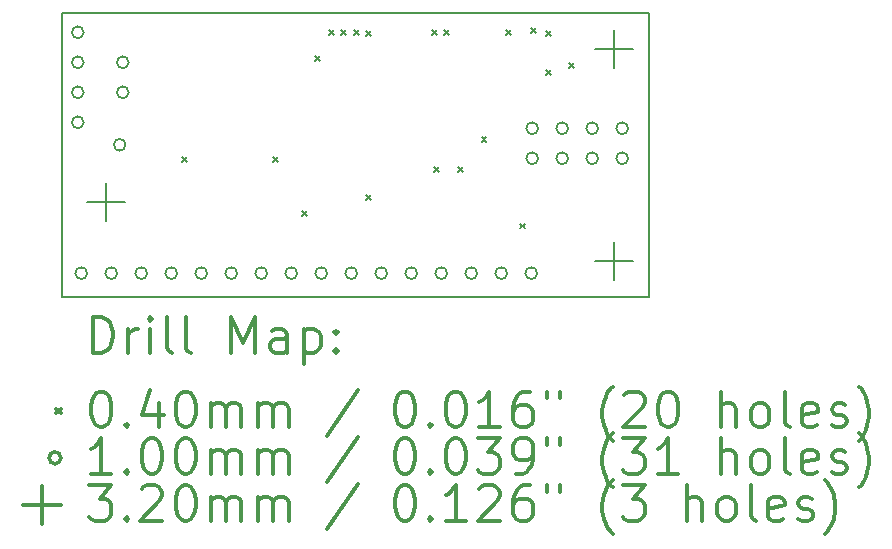
<source format=gbr>
%FSLAX45Y45*%
G04 Gerber Fmt 4.5, Leading zero omitted, Abs format (unit mm)*
G04 Created by KiCad (PCBNEW 4.0.7) date 07/22/18 11:21:48*
%MOMM*%
%LPD*%
G01*
G04 APERTURE LIST*
%ADD10C,0.127000*%
%ADD11C,0.150000*%
%ADD12C,0.200000*%
%ADD13C,0.300000*%
G04 APERTURE END LIST*
D10*
D11*
X1325000Y-1300000D02*
X1325000Y-3700000D01*
X4050000Y-3700000D02*
X3750000Y-3700000D01*
X6300000Y-3700000D02*
X4050000Y-3700000D01*
X6300000Y-1300000D02*
X6300000Y-3700000D01*
X1325000Y-1300000D02*
X6300000Y-1300000D01*
X3750000Y-3700000D02*
X1325000Y-3700000D01*
D12*
X2342200Y-2520000D02*
X2382200Y-2560000D01*
X2382200Y-2520000D02*
X2342200Y-2560000D01*
X3116900Y-2520000D02*
X3156900Y-2560000D01*
X3156900Y-2520000D02*
X3116900Y-2560000D01*
X3358200Y-2977200D02*
X3398200Y-3017200D01*
X3398200Y-2977200D02*
X3358200Y-3017200D01*
X3472500Y-1661100D02*
X3512500Y-1701100D01*
X3512500Y-1661100D02*
X3472500Y-1701100D01*
X3586800Y-1440500D02*
X3626800Y-1480500D01*
X3626800Y-1440500D02*
X3586800Y-1480500D01*
X3688400Y-1440500D02*
X3728400Y-1480500D01*
X3728400Y-1440500D02*
X3688400Y-1480500D01*
X3802700Y-1440500D02*
X3842700Y-1480500D01*
X3842700Y-1440500D02*
X3802700Y-1480500D01*
X3904300Y-1453200D02*
X3944300Y-1493200D01*
X3944300Y-1453200D02*
X3904300Y-1493200D01*
X3904300Y-2837500D02*
X3944300Y-2877500D01*
X3944300Y-2837500D02*
X3904300Y-2877500D01*
X4463100Y-1440500D02*
X4503100Y-1480500D01*
X4503100Y-1440500D02*
X4463100Y-1480500D01*
X4475800Y-2604200D02*
X4515800Y-2644200D01*
X4515800Y-2604200D02*
X4475800Y-2644200D01*
X4564700Y-1440500D02*
X4604700Y-1480500D01*
X4604700Y-1440500D02*
X4564700Y-1480500D01*
X4679000Y-2604200D02*
X4719000Y-2644200D01*
X4719000Y-2604200D02*
X4679000Y-2644200D01*
X4880800Y-2346400D02*
X4920800Y-2386400D01*
X4920800Y-2346400D02*
X4880800Y-2386400D01*
X5085400Y-1440500D02*
X5125400Y-1480500D01*
X5125400Y-1440500D02*
X5085400Y-1480500D01*
X5205000Y-3080000D02*
X5245000Y-3120000D01*
X5245000Y-3080000D02*
X5205000Y-3120000D01*
X5301300Y-1427800D02*
X5341300Y-1467800D01*
X5341300Y-1427800D02*
X5301300Y-1467800D01*
X5428300Y-1453200D02*
X5468300Y-1493200D01*
X5468300Y-1453200D02*
X5428300Y-1493200D01*
X5428300Y-1783400D02*
X5468300Y-1823400D01*
X5468300Y-1783400D02*
X5428300Y-1823400D01*
X5618800Y-1719900D02*
X5658800Y-1759900D01*
X5658800Y-1719900D02*
X5618800Y-1759900D01*
X1510500Y-1460500D02*
G75*
G03X1510500Y-1460500I-50000J0D01*
G01*
X1510500Y-1714500D02*
G75*
G03X1510500Y-1714500I-50000J0D01*
G01*
X1510500Y-1968500D02*
G75*
G03X1510500Y-1968500I-50000J0D01*
G01*
X1510500Y-2222500D02*
G75*
G03X1510500Y-2222500I-50000J0D01*
G01*
X1540000Y-3500000D02*
G75*
G03X1540000Y-3500000I-50000J0D01*
G01*
X1794000Y-3500000D02*
G75*
G03X1794000Y-3500000I-50000J0D01*
G01*
X1866100Y-2413000D02*
G75*
G03X1866100Y-2413000I-50000J0D01*
G01*
X1891500Y-1714500D02*
G75*
G03X1891500Y-1714500I-50000J0D01*
G01*
X1891500Y-1968500D02*
G75*
G03X1891500Y-1968500I-50000J0D01*
G01*
X2048000Y-3500000D02*
G75*
G03X2048000Y-3500000I-50000J0D01*
G01*
X2302000Y-3500000D02*
G75*
G03X2302000Y-3500000I-50000J0D01*
G01*
X2556000Y-3500000D02*
G75*
G03X2556000Y-3500000I-50000J0D01*
G01*
X2810000Y-3500000D02*
G75*
G03X2810000Y-3500000I-50000J0D01*
G01*
X3064000Y-3500000D02*
G75*
G03X3064000Y-3500000I-50000J0D01*
G01*
X3318000Y-3500000D02*
G75*
G03X3318000Y-3500000I-50000J0D01*
G01*
X3572000Y-3500000D02*
G75*
G03X3572000Y-3500000I-50000J0D01*
G01*
X3826000Y-3500000D02*
G75*
G03X3826000Y-3500000I-50000J0D01*
G01*
X4080000Y-3500000D02*
G75*
G03X4080000Y-3500000I-50000J0D01*
G01*
X4334000Y-3500000D02*
G75*
G03X4334000Y-3500000I-50000J0D01*
G01*
X4588000Y-3500000D02*
G75*
G03X4588000Y-3500000I-50000J0D01*
G01*
X4842000Y-3500000D02*
G75*
G03X4842000Y-3500000I-50000J0D01*
G01*
X5096000Y-3500000D02*
G75*
G03X5096000Y-3500000I-50000J0D01*
G01*
X5350000Y-3500000D02*
G75*
G03X5350000Y-3500000I-50000J0D01*
G01*
X5358600Y-2273300D02*
G75*
G03X5358600Y-2273300I-50000J0D01*
G01*
X5358600Y-2527300D02*
G75*
G03X5358600Y-2527300I-50000J0D01*
G01*
X5612600Y-2273300D02*
G75*
G03X5612600Y-2273300I-50000J0D01*
G01*
X5612600Y-2527300D02*
G75*
G03X5612600Y-2527300I-50000J0D01*
G01*
X5866600Y-2273300D02*
G75*
G03X5866600Y-2273300I-50000J0D01*
G01*
X5866600Y-2527300D02*
G75*
G03X5866600Y-2527300I-50000J0D01*
G01*
X6120600Y-2273300D02*
G75*
G03X6120600Y-2273300I-50000J0D01*
G01*
X6120600Y-2527300D02*
G75*
G03X6120600Y-2527300I-50000J0D01*
G01*
X1700000Y-2740000D02*
X1700000Y-3060000D01*
X1540000Y-2900000D02*
X1860000Y-2900000D01*
X6000000Y-1440000D02*
X6000000Y-1760000D01*
X5840000Y-1600000D02*
X6160000Y-1600000D01*
X6000000Y-3240000D02*
X6000000Y-3560000D01*
X5840000Y-3400000D02*
X6160000Y-3400000D01*
D13*
X1588928Y-4173214D02*
X1588928Y-3873214D01*
X1660357Y-3873214D01*
X1703214Y-3887500D01*
X1731786Y-3916071D01*
X1746071Y-3944643D01*
X1760357Y-4001786D01*
X1760357Y-4044643D01*
X1746071Y-4101786D01*
X1731786Y-4130357D01*
X1703214Y-4158929D01*
X1660357Y-4173214D01*
X1588928Y-4173214D01*
X1888928Y-4173214D02*
X1888928Y-3973214D01*
X1888928Y-4030357D02*
X1903214Y-4001786D01*
X1917500Y-3987500D01*
X1946071Y-3973214D01*
X1974643Y-3973214D01*
X2074643Y-4173214D02*
X2074643Y-3973214D01*
X2074643Y-3873214D02*
X2060357Y-3887500D01*
X2074643Y-3901786D01*
X2088928Y-3887500D01*
X2074643Y-3873214D01*
X2074643Y-3901786D01*
X2260357Y-4173214D02*
X2231786Y-4158929D01*
X2217500Y-4130357D01*
X2217500Y-3873214D01*
X2417500Y-4173214D02*
X2388929Y-4158929D01*
X2374643Y-4130357D01*
X2374643Y-3873214D01*
X2760357Y-4173214D02*
X2760357Y-3873214D01*
X2860357Y-4087500D01*
X2960357Y-3873214D01*
X2960357Y-4173214D01*
X3231786Y-4173214D02*
X3231786Y-4016071D01*
X3217500Y-3987500D01*
X3188928Y-3973214D01*
X3131786Y-3973214D01*
X3103214Y-3987500D01*
X3231786Y-4158929D02*
X3203214Y-4173214D01*
X3131786Y-4173214D01*
X3103214Y-4158929D01*
X3088928Y-4130357D01*
X3088928Y-4101786D01*
X3103214Y-4073214D01*
X3131786Y-4058929D01*
X3203214Y-4058929D01*
X3231786Y-4044643D01*
X3374643Y-3973214D02*
X3374643Y-4273214D01*
X3374643Y-3987500D02*
X3403214Y-3973214D01*
X3460357Y-3973214D01*
X3488928Y-3987500D01*
X3503214Y-4001786D01*
X3517500Y-4030357D01*
X3517500Y-4116071D01*
X3503214Y-4144643D01*
X3488928Y-4158929D01*
X3460357Y-4173214D01*
X3403214Y-4173214D01*
X3374643Y-4158929D01*
X3646071Y-4144643D02*
X3660357Y-4158929D01*
X3646071Y-4173214D01*
X3631786Y-4158929D01*
X3646071Y-4144643D01*
X3646071Y-4173214D01*
X3646071Y-3987500D02*
X3660357Y-4001786D01*
X3646071Y-4016071D01*
X3631786Y-4001786D01*
X3646071Y-3987500D01*
X3646071Y-4016071D01*
X1277500Y-4647500D02*
X1317500Y-4687500D01*
X1317500Y-4647500D02*
X1277500Y-4687500D01*
X1646071Y-4503214D02*
X1674643Y-4503214D01*
X1703214Y-4517500D01*
X1717500Y-4531786D01*
X1731786Y-4560357D01*
X1746071Y-4617500D01*
X1746071Y-4688929D01*
X1731786Y-4746072D01*
X1717500Y-4774643D01*
X1703214Y-4788929D01*
X1674643Y-4803214D01*
X1646071Y-4803214D01*
X1617500Y-4788929D01*
X1603214Y-4774643D01*
X1588928Y-4746072D01*
X1574643Y-4688929D01*
X1574643Y-4617500D01*
X1588928Y-4560357D01*
X1603214Y-4531786D01*
X1617500Y-4517500D01*
X1646071Y-4503214D01*
X1874643Y-4774643D02*
X1888928Y-4788929D01*
X1874643Y-4803214D01*
X1860357Y-4788929D01*
X1874643Y-4774643D01*
X1874643Y-4803214D01*
X2146071Y-4603214D02*
X2146071Y-4803214D01*
X2074643Y-4488929D02*
X2003214Y-4703214D01*
X2188928Y-4703214D01*
X2360357Y-4503214D02*
X2388929Y-4503214D01*
X2417500Y-4517500D01*
X2431786Y-4531786D01*
X2446071Y-4560357D01*
X2460357Y-4617500D01*
X2460357Y-4688929D01*
X2446071Y-4746072D01*
X2431786Y-4774643D01*
X2417500Y-4788929D01*
X2388929Y-4803214D01*
X2360357Y-4803214D01*
X2331786Y-4788929D01*
X2317500Y-4774643D01*
X2303214Y-4746072D01*
X2288929Y-4688929D01*
X2288929Y-4617500D01*
X2303214Y-4560357D01*
X2317500Y-4531786D01*
X2331786Y-4517500D01*
X2360357Y-4503214D01*
X2588929Y-4803214D02*
X2588929Y-4603214D01*
X2588929Y-4631786D02*
X2603214Y-4617500D01*
X2631786Y-4603214D01*
X2674643Y-4603214D01*
X2703214Y-4617500D01*
X2717500Y-4646072D01*
X2717500Y-4803214D01*
X2717500Y-4646072D02*
X2731786Y-4617500D01*
X2760357Y-4603214D01*
X2803214Y-4603214D01*
X2831786Y-4617500D01*
X2846071Y-4646072D01*
X2846071Y-4803214D01*
X2988928Y-4803214D02*
X2988928Y-4603214D01*
X2988928Y-4631786D02*
X3003214Y-4617500D01*
X3031786Y-4603214D01*
X3074643Y-4603214D01*
X3103214Y-4617500D01*
X3117500Y-4646072D01*
X3117500Y-4803214D01*
X3117500Y-4646072D02*
X3131786Y-4617500D01*
X3160357Y-4603214D01*
X3203214Y-4603214D01*
X3231786Y-4617500D01*
X3246071Y-4646072D01*
X3246071Y-4803214D01*
X3831786Y-4488929D02*
X3574643Y-4874643D01*
X4217500Y-4503214D02*
X4246071Y-4503214D01*
X4274643Y-4517500D01*
X4288928Y-4531786D01*
X4303214Y-4560357D01*
X4317500Y-4617500D01*
X4317500Y-4688929D01*
X4303214Y-4746072D01*
X4288928Y-4774643D01*
X4274643Y-4788929D01*
X4246071Y-4803214D01*
X4217500Y-4803214D01*
X4188928Y-4788929D01*
X4174643Y-4774643D01*
X4160357Y-4746072D01*
X4146071Y-4688929D01*
X4146071Y-4617500D01*
X4160357Y-4560357D01*
X4174643Y-4531786D01*
X4188928Y-4517500D01*
X4217500Y-4503214D01*
X4446071Y-4774643D02*
X4460357Y-4788929D01*
X4446071Y-4803214D01*
X4431786Y-4788929D01*
X4446071Y-4774643D01*
X4446071Y-4803214D01*
X4646071Y-4503214D02*
X4674643Y-4503214D01*
X4703214Y-4517500D01*
X4717500Y-4531786D01*
X4731786Y-4560357D01*
X4746071Y-4617500D01*
X4746071Y-4688929D01*
X4731786Y-4746072D01*
X4717500Y-4774643D01*
X4703214Y-4788929D01*
X4674643Y-4803214D01*
X4646071Y-4803214D01*
X4617500Y-4788929D01*
X4603214Y-4774643D01*
X4588928Y-4746072D01*
X4574643Y-4688929D01*
X4574643Y-4617500D01*
X4588928Y-4560357D01*
X4603214Y-4531786D01*
X4617500Y-4517500D01*
X4646071Y-4503214D01*
X5031786Y-4803214D02*
X4860357Y-4803214D01*
X4946071Y-4803214D02*
X4946071Y-4503214D01*
X4917500Y-4546072D01*
X4888928Y-4574643D01*
X4860357Y-4588929D01*
X5288928Y-4503214D02*
X5231786Y-4503214D01*
X5203214Y-4517500D01*
X5188928Y-4531786D01*
X5160357Y-4574643D01*
X5146071Y-4631786D01*
X5146071Y-4746072D01*
X5160357Y-4774643D01*
X5174643Y-4788929D01*
X5203214Y-4803214D01*
X5260357Y-4803214D01*
X5288928Y-4788929D01*
X5303214Y-4774643D01*
X5317500Y-4746072D01*
X5317500Y-4674643D01*
X5303214Y-4646072D01*
X5288928Y-4631786D01*
X5260357Y-4617500D01*
X5203214Y-4617500D01*
X5174643Y-4631786D01*
X5160357Y-4646072D01*
X5146071Y-4674643D01*
X5431786Y-4503214D02*
X5431786Y-4560357D01*
X5546071Y-4503214D02*
X5546071Y-4560357D01*
X5988928Y-4917500D02*
X5974643Y-4903214D01*
X5946071Y-4860357D01*
X5931785Y-4831786D01*
X5917500Y-4788929D01*
X5903214Y-4717500D01*
X5903214Y-4660357D01*
X5917500Y-4588929D01*
X5931785Y-4546072D01*
X5946071Y-4517500D01*
X5974643Y-4474643D01*
X5988928Y-4460357D01*
X6088928Y-4531786D02*
X6103214Y-4517500D01*
X6131785Y-4503214D01*
X6203214Y-4503214D01*
X6231785Y-4517500D01*
X6246071Y-4531786D01*
X6260357Y-4560357D01*
X6260357Y-4588929D01*
X6246071Y-4631786D01*
X6074643Y-4803214D01*
X6260357Y-4803214D01*
X6446071Y-4503214D02*
X6474643Y-4503214D01*
X6503214Y-4517500D01*
X6517500Y-4531786D01*
X6531785Y-4560357D01*
X6546071Y-4617500D01*
X6546071Y-4688929D01*
X6531785Y-4746072D01*
X6517500Y-4774643D01*
X6503214Y-4788929D01*
X6474643Y-4803214D01*
X6446071Y-4803214D01*
X6417500Y-4788929D01*
X6403214Y-4774643D01*
X6388928Y-4746072D01*
X6374643Y-4688929D01*
X6374643Y-4617500D01*
X6388928Y-4560357D01*
X6403214Y-4531786D01*
X6417500Y-4517500D01*
X6446071Y-4503214D01*
X6903214Y-4803214D02*
X6903214Y-4503214D01*
X7031785Y-4803214D02*
X7031785Y-4646072D01*
X7017500Y-4617500D01*
X6988928Y-4603214D01*
X6946071Y-4603214D01*
X6917500Y-4617500D01*
X6903214Y-4631786D01*
X7217500Y-4803214D02*
X7188928Y-4788929D01*
X7174643Y-4774643D01*
X7160357Y-4746072D01*
X7160357Y-4660357D01*
X7174643Y-4631786D01*
X7188928Y-4617500D01*
X7217500Y-4603214D01*
X7260357Y-4603214D01*
X7288928Y-4617500D01*
X7303214Y-4631786D01*
X7317500Y-4660357D01*
X7317500Y-4746072D01*
X7303214Y-4774643D01*
X7288928Y-4788929D01*
X7260357Y-4803214D01*
X7217500Y-4803214D01*
X7488928Y-4803214D02*
X7460357Y-4788929D01*
X7446071Y-4760357D01*
X7446071Y-4503214D01*
X7717500Y-4788929D02*
X7688928Y-4803214D01*
X7631786Y-4803214D01*
X7603214Y-4788929D01*
X7588928Y-4760357D01*
X7588928Y-4646072D01*
X7603214Y-4617500D01*
X7631786Y-4603214D01*
X7688928Y-4603214D01*
X7717500Y-4617500D01*
X7731786Y-4646072D01*
X7731786Y-4674643D01*
X7588928Y-4703214D01*
X7846071Y-4788929D02*
X7874643Y-4803214D01*
X7931786Y-4803214D01*
X7960357Y-4788929D01*
X7974643Y-4760357D01*
X7974643Y-4746072D01*
X7960357Y-4717500D01*
X7931786Y-4703214D01*
X7888928Y-4703214D01*
X7860357Y-4688929D01*
X7846071Y-4660357D01*
X7846071Y-4646072D01*
X7860357Y-4617500D01*
X7888928Y-4603214D01*
X7931786Y-4603214D01*
X7960357Y-4617500D01*
X8074643Y-4917500D02*
X8088928Y-4903214D01*
X8117500Y-4860357D01*
X8131786Y-4831786D01*
X8146071Y-4788929D01*
X8160357Y-4717500D01*
X8160357Y-4660357D01*
X8146071Y-4588929D01*
X8131786Y-4546072D01*
X8117500Y-4517500D01*
X8088928Y-4474643D01*
X8074643Y-4460357D01*
X1317500Y-5063500D02*
G75*
G03X1317500Y-5063500I-50000J0D01*
G01*
X1746071Y-5199214D02*
X1574643Y-5199214D01*
X1660357Y-5199214D02*
X1660357Y-4899214D01*
X1631786Y-4942072D01*
X1603214Y-4970643D01*
X1574643Y-4984929D01*
X1874643Y-5170643D02*
X1888928Y-5184929D01*
X1874643Y-5199214D01*
X1860357Y-5184929D01*
X1874643Y-5170643D01*
X1874643Y-5199214D01*
X2074643Y-4899214D02*
X2103214Y-4899214D01*
X2131786Y-4913500D01*
X2146071Y-4927786D01*
X2160357Y-4956357D01*
X2174643Y-5013500D01*
X2174643Y-5084929D01*
X2160357Y-5142072D01*
X2146071Y-5170643D01*
X2131786Y-5184929D01*
X2103214Y-5199214D01*
X2074643Y-5199214D01*
X2046071Y-5184929D01*
X2031786Y-5170643D01*
X2017500Y-5142072D01*
X2003214Y-5084929D01*
X2003214Y-5013500D01*
X2017500Y-4956357D01*
X2031786Y-4927786D01*
X2046071Y-4913500D01*
X2074643Y-4899214D01*
X2360357Y-4899214D02*
X2388929Y-4899214D01*
X2417500Y-4913500D01*
X2431786Y-4927786D01*
X2446071Y-4956357D01*
X2460357Y-5013500D01*
X2460357Y-5084929D01*
X2446071Y-5142072D01*
X2431786Y-5170643D01*
X2417500Y-5184929D01*
X2388929Y-5199214D01*
X2360357Y-5199214D01*
X2331786Y-5184929D01*
X2317500Y-5170643D01*
X2303214Y-5142072D01*
X2288929Y-5084929D01*
X2288929Y-5013500D01*
X2303214Y-4956357D01*
X2317500Y-4927786D01*
X2331786Y-4913500D01*
X2360357Y-4899214D01*
X2588929Y-5199214D02*
X2588929Y-4999214D01*
X2588929Y-5027786D02*
X2603214Y-5013500D01*
X2631786Y-4999214D01*
X2674643Y-4999214D01*
X2703214Y-5013500D01*
X2717500Y-5042072D01*
X2717500Y-5199214D01*
X2717500Y-5042072D02*
X2731786Y-5013500D01*
X2760357Y-4999214D01*
X2803214Y-4999214D01*
X2831786Y-5013500D01*
X2846071Y-5042072D01*
X2846071Y-5199214D01*
X2988928Y-5199214D02*
X2988928Y-4999214D01*
X2988928Y-5027786D02*
X3003214Y-5013500D01*
X3031786Y-4999214D01*
X3074643Y-4999214D01*
X3103214Y-5013500D01*
X3117500Y-5042072D01*
X3117500Y-5199214D01*
X3117500Y-5042072D02*
X3131786Y-5013500D01*
X3160357Y-4999214D01*
X3203214Y-4999214D01*
X3231786Y-5013500D01*
X3246071Y-5042072D01*
X3246071Y-5199214D01*
X3831786Y-4884929D02*
X3574643Y-5270643D01*
X4217500Y-4899214D02*
X4246071Y-4899214D01*
X4274643Y-4913500D01*
X4288928Y-4927786D01*
X4303214Y-4956357D01*
X4317500Y-5013500D01*
X4317500Y-5084929D01*
X4303214Y-5142072D01*
X4288928Y-5170643D01*
X4274643Y-5184929D01*
X4246071Y-5199214D01*
X4217500Y-5199214D01*
X4188928Y-5184929D01*
X4174643Y-5170643D01*
X4160357Y-5142072D01*
X4146071Y-5084929D01*
X4146071Y-5013500D01*
X4160357Y-4956357D01*
X4174643Y-4927786D01*
X4188928Y-4913500D01*
X4217500Y-4899214D01*
X4446071Y-5170643D02*
X4460357Y-5184929D01*
X4446071Y-5199214D01*
X4431786Y-5184929D01*
X4446071Y-5170643D01*
X4446071Y-5199214D01*
X4646071Y-4899214D02*
X4674643Y-4899214D01*
X4703214Y-4913500D01*
X4717500Y-4927786D01*
X4731786Y-4956357D01*
X4746071Y-5013500D01*
X4746071Y-5084929D01*
X4731786Y-5142072D01*
X4717500Y-5170643D01*
X4703214Y-5184929D01*
X4674643Y-5199214D01*
X4646071Y-5199214D01*
X4617500Y-5184929D01*
X4603214Y-5170643D01*
X4588928Y-5142072D01*
X4574643Y-5084929D01*
X4574643Y-5013500D01*
X4588928Y-4956357D01*
X4603214Y-4927786D01*
X4617500Y-4913500D01*
X4646071Y-4899214D01*
X4846071Y-4899214D02*
X5031786Y-4899214D01*
X4931786Y-5013500D01*
X4974643Y-5013500D01*
X5003214Y-5027786D01*
X5017500Y-5042072D01*
X5031786Y-5070643D01*
X5031786Y-5142072D01*
X5017500Y-5170643D01*
X5003214Y-5184929D01*
X4974643Y-5199214D01*
X4888928Y-5199214D01*
X4860357Y-5184929D01*
X4846071Y-5170643D01*
X5174643Y-5199214D02*
X5231786Y-5199214D01*
X5260357Y-5184929D01*
X5274643Y-5170643D01*
X5303214Y-5127786D01*
X5317500Y-5070643D01*
X5317500Y-4956357D01*
X5303214Y-4927786D01*
X5288928Y-4913500D01*
X5260357Y-4899214D01*
X5203214Y-4899214D01*
X5174643Y-4913500D01*
X5160357Y-4927786D01*
X5146071Y-4956357D01*
X5146071Y-5027786D01*
X5160357Y-5056357D01*
X5174643Y-5070643D01*
X5203214Y-5084929D01*
X5260357Y-5084929D01*
X5288928Y-5070643D01*
X5303214Y-5056357D01*
X5317500Y-5027786D01*
X5431786Y-4899214D02*
X5431786Y-4956357D01*
X5546071Y-4899214D02*
X5546071Y-4956357D01*
X5988928Y-5313500D02*
X5974643Y-5299214D01*
X5946071Y-5256357D01*
X5931785Y-5227786D01*
X5917500Y-5184929D01*
X5903214Y-5113500D01*
X5903214Y-5056357D01*
X5917500Y-4984929D01*
X5931785Y-4942072D01*
X5946071Y-4913500D01*
X5974643Y-4870643D01*
X5988928Y-4856357D01*
X6074643Y-4899214D02*
X6260357Y-4899214D01*
X6160357Y-5013500D01*
X6203214Y-5013500D01*
X6231785Y-5027786D01*
X6246071Y-5042072D01*
X6260357Y-5070643D01*
X6260357Y-5142072D01*
X6246071Y-5170643D01*
X6231785Y-5184929D01*
X6203214Y-5199214D01*
X6117500Y-5199214D01*
X6088928Y-5184929D01*
X6074643Y-5170643D01*
X6546071Y-5199214D02*
X6374643Y-5199214D01*
X6460357Y-5199214D02*
X6460357Y-4899214D01*
X6431785Y-4942072D01*
X6403214Y-4970643D01*
X6374643Y-4984929D01*
X6903214Y-5199214D02*
X6903214Y-4899214D01*
X7031785Y-5199214D02*
X7031785Y-5042072D01*
X7017500Y-5013500D01*
X6988928Y-4999214D01*
X6946071Y-4999214D01*
X6917500Y-5013500D01*
X6903214Y-5027786D01*
X7217500Y-5199214D02*
X7188928Y-5184929D01*
X7174643Y-5170643D01*
X7160357Y-5142072D01*
X7160357Y-5056357D01*
X7174643Y-5027786D01*
X7188928Y-5013500D01*
X7217500Y-4999214D01*
X7260357Y-4999214D01*
X7288928Y-5013500D01*
X7303214Y-5027786D01*
X7317500Y-5056357D01*
X7317500Y-5142072D01*
X7303214Y-5170643D01*
X7288928Y-5184929D01*
X7260357Y-5199214D01*
X7217500Y-5199214D01*
X7488928Y-5199214D02*
X7460357Y-5184929D01*
X7446071Y-5156357D01*
X7446071Y-4899214D01*
X7717500Y-5184929D02*
X7688928Y-5199214D01*
X7631786Y-5199214D01*
X7603214Y-5184929D01*
X7588928Y-5156357D01*
X7588928Y-5042072D01*
X7603214Y-5013500D01*
X7631786Y-4999214D01*
X7688928Y-4999214D01*
X7717500Y-5013500D01*
X7731786Y-5042072D01*
X7731786Y-5070643D01*
X7588928Y-5099214D01*
X7846071Y-5184929D02*
X7874643Y-5199214D01*
X7931786Y-5199214D01*
X7960357Y-5184929D01*
X7974643Y-5156357D01*
X7974643Y-5142072D01*
X7960357Y-5113500D01*
X7931786Y-5099214D01*
X7888928Y-5099214D01*
X7860357Y-5084929D01*
X7846071Y-5056357D01*
X7846071Y-5042072D01*
X7860357Y-5013500D01*
X7888928Y-4999214D01*
X7931786Y-4999214D01*
X7960357Y-5013500D01*
X8074643Y-5313500D02*
X8088928Y-5299214D01*
X8117500Y-5256357D01*
X8131786Y-5227786D01*
X8146071Y-5184929D01*
X8160357Y-5113500D01*
X8160357Y-5056357D01*
X8146071Y-4984929D01*
X8131786Y-4942072D01*
X8117500Y-4913500D01*
X8088928Y-4870643D01*
X8074643Y-4856357D01*
X1157500Y-5299500D02*
X1157500Y-5619500D01*
X997500Y-5459500D02*
X1317500Y-5459500D01*
X1560357Y-5295214D02*
X1746071Y-5295214D01*
X1646071Y-5409500D01*
X1688928Y-5409500D01*
X1717500Y-5423786D01*
X1731786Y-5438072D01*
X1746071Y-5466643D01*
X1746071Y-5538072D01*
X1731786Y-5566643D01*
X1717500Y-5580929D01*
X1688928Y-5595214D01*
X1603214Y-5595214D01*
X1574643Y-5580929D01*
X1560357Y-5566643D01*
X1874643Y-5566643D02*
X1888928Y-5580929D01*
X1874643Y-5595214D01*
X1860357Y-5580929D01*
X1874643Y-5566643D01*
X1874643Y-5595214D01*
X2003214Y-5323786D02*
X2017500Y-5309500D01*
X2046071Y-5295214D01*
X2117500Y-5295214D01*
X2146071Y-5309500D01*
X2160357Y-5323786D01*
X2174643Y-5352357D01*
X2174643Y-5380929D01*
X2160357Y-5423786D01*
X1988928Y-5595214D01*
X2174643Y-5595214D01*
X2360357Y-5295214D02*
X2388929Y-5295214D01*
X2417500Y-5309500D01*
X2431786Y-5323786D01*
X2446071Y-5352357D01*
X2460357Y-5409500D01*
X2460357Y-5480929D01*
X2446071Y-5538072D01*
X2431786Y-5566643D01*
X2417500Y-5580929D01*
X2388929Y-5595214D01*
X2360357Y-5595214D01*
X2331786Y-5580929D01*
X2317500Y-5566643D01*
X2303214Y-5538072D01*
X2288929Y-5480929D01*
X2288929Y-5409500D01*
X2303214Y-5352357D01*
X2317500Y-5323786D01*
X2331786Y-5309500D01*
X2360357Y-5295214D01*
X2588929Y-5595214D02*
X2588929Y-5395214D01*
X2588929Y-5423786D02*
X2603214Y-5409500D01*
X2631786Y-5395214D01*
X2674643Y-5395214D01*
X2703214Y-5409500D01*
X2717500Y-5438072D01*
X2717500Y-5595214D01*
X2717500Y-5438072D02*
X2731786Y-5409500D01*
X2760357Y-5395214D01*
X2803214Y-5395214D01*
X2831786Y-5409500D01*
X2846071Y-5438072D01*
X2846071Y-5595214D01*
X2988928Y-5595214D02*
X2988928Y-5395214D01*
X2988928Y-5423786D02*
X3003214Y-5409500D01*
X3031786Y-5395214D01*
X3074643Y-5395214D01*
X3103214Y-5409500D01*
X3117500Y-5438072D01*
X3117500Y-5595214D01*
X3117500Y-5438072D02*
X3131786Y-5409500D01*
X3160357Y-5395214D01*
X3203214Y-5395214D01*
X3231786Y-5409500D01*
X3246071Y-5438072D01*
X3246071Y-5595214D01*
X3831786Y-5280929D02*
X3574643Y-5666643D01*
X4217500Y-5295214D02*
X4246071Y-5295214D01*
X4274643Y-5309500D01*
X4288928Y-5323786D01*
X4303214Y-5352357D01*
X4317500Y-5409500D01*
X4317500Y-5480929D01*
X4303214Y-5538072D01*
X4288928Y-5566643D01*
X4274643Y-5580929D01*
X4246071Y-5595214D01*
X4217500Y-5595214D01*
X4188928Y-5580929D01*
X4174643Y-5566643D01*
X4160357Y-5538072D01*
X4146071Y-5480929D01*
X4146071Y-5409500D01*
X4160357Y-5352357D01*
X4174643Y-5323786D01*
X4188928Y-5309500D01*
X4217500Y-5295214D01*
X4446071Y-5566643D02*
X4460357Y-5580929D01*
X4446071Y-5595214D01*
X4431786Y-5580929D01*
X4446071Y-5566643D01*
X4446071Y-5595214D01*
X4746071Y-5595214D02*
X4574643Y-5595214D01*
X4660357Y-5595214D02*
X4660357Y-5295214D01*
X4631786Y-5338072D01*
X4603214Y-5366643D01*
X4574643Y-5380929D01*
X4860357Y-5323786D02*
X4874643Y-5309500D01*
X4903214Y-5295214D01*
X4974643Y-5295214D01*
X5003214Y-5309500D01*
X5017500Y-5323786D01*
X5031786Y-5352357D01*
X5031786Y-5380929D01*
X5017500Y-5423786D01*
X4846071Y-5595214D01*
X5031786Y-5595214D01*
X5288928Y-5295214D02*
X5231786Y-5295214D01*
X5203214Y-5309500D01*
X5188928Y-5323786D01*
X5160357Y-5366643D01*
X5146071Y-5423786D01*
X5146071Y-5538072D01*
X5160357Y-5566643D01*
X5174643Y-5580929D01*
X5203214Y-5595214D01*
X5260357Y-5595214D01*
X5288928Y-5580929D01*
X5303214Y-5566643D01*
X5317500Y-5538072D01*
X5317500Y-5466643D01*
X5303214Y-5438072D01*
X5288928Y-5423786D01*
X5260357Y-5409500D01*
X5203214Y-5409500D01*
X5174643Y-5423786D01*
X5160357Y-5438072D01*
X5146071Y-5466643D01*
X5431786Y-5295214D02*
X5431786Y-5352357D01*
X5546071Y-5295214D02*
X5546071Y-5352357D01*
X5988928Y-5709500D02*
X5974643Y-5695214D01*
X5946071Y-5652357D01*
X5931785Y-5623786D01*
X5917500Y-5580929D01*
X5903214Y-5509500D01*
X5903214Y-5452357D01*
X5917500Y-5380929D01*
X5931785Y-5338072D01*
X5946071Y-5309500D01*
X5974643Y-5266643D01*
X5988928Y-5252357D01*
X6074643Y-5295214D02*
X6260357Y-5295214D01*
X6160357Y-5409500D01*
X6203214Y-5409500D01*
X6231785Y-5423786D01*
X6246071Y-5438072D01*
X6260357Y-5466643D01*
X6260357Y-5538072D01*
X6246071Y-5566643D01*
X6231785Y-5580929D01*
X6203214Y-5595214D01*
X6117500Y-5595214D01*
X6088928Y-5580929D01*
X6074643Y-5566643D01*
X6617500Y-5595214D02*
X6617500Y-5295214D01*
X6746071Y-5595214D02*
X6746071Y-5438072D01*
X6731785Y-5409500D01*
X6703214Y-5395214D01*
X6660357Y-5395214D01*
X6631785Y-5409500D01*
X6617500Y-5423786D01*
X6931785Y-5595214D02*
X6903214Y-5580929D01*
X6888928Y-5566643D01*
X6874643Y-5538072D01*
X6874643Y-5452357D01*
X6888928Y-5423786D01*
X6903214Y-5409500D01*
X6931785Y-5395214D01*
X6974643Y-5395214D01*
X7003214Y-5409500D01*
X7017500Y-5423786D01*
X7031785Y-5452357D01*
X7031785Y-5538072D01*
X7017500Y-5566643D01*
X7003214Y-5580929D01*
X6974643Y-5595214D01*
X6931785Y-5595214D01*
X7203214Y-5595214D02*
X7174643Y-5580929D01*
X7160357Y-5552357D01*
X7160357Y-5295214D01*
X7431786Y-5580929D02*
X7403214Y-5595214D01*
X7346071Y-5595214D01*
X7317500Y-5580929D01*
X7303214Y-5552357D01*
X7303214Y-5438072D01*
X7317500Y-5409500D01*
X7346071Y-5395214D01*
X7403214Y-5395214D01*
X7431786Y-5409500D01*
X7446071Y-5438072D01*
X7446071Y-5466643D01*
X7303214Y-5495214D01*
X7560357Y-5580929D02*
X7588928Y-5595214D01*
X7646071Y-5595214D01*
X7674643Y-5580929D01*
X7688928Y-5552357D01*
X7688928Y-5538072D01*
X7674643Y-5509500D01*
X7646071Y-5495214D01*
X7603214Y-5495214D01*
X7574643Y-5480929D01*
X7560357Y-5452357D01*
X7560357Y-5438072D01*
X7574643Y-5409500D01*
X7603214Y-5395214D01*
X7646071Y-5395214D01*
X7674643Y-5409500D01*
X7788928Y-5709500D02*
X7803214Y-5695214D01*
X7831786Y-5652357D01*
X7846071Y-5623786D01*
X7860357Y-5580929D01*
X7874643Y-5509500D01*
X7874643Y-5452357D01*
X7860357Y-5380929D01*
X7846071Y-5338072D01*
X7831786Y-5309500D01*
X7803214Y-5266643D01*
X7788928Y-5252357D01*
M02*

</source>
